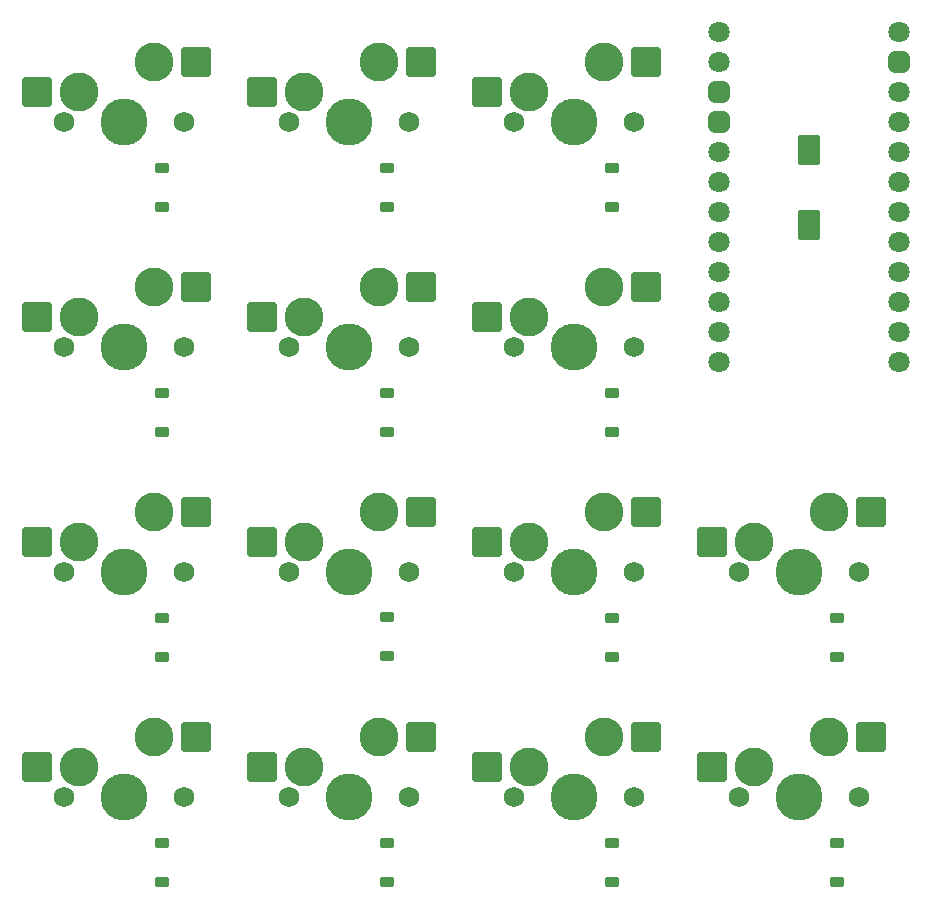
<source format=gbs>
%TF.GenerationSoftware,KiCad,Pcbnew,7.0.5*%
%TF.CreationDate,2024-08-25T19:53:10+07:00*%
%TF.ProjectId,13A-Pro,3133412d-5072-46f2-9e6b-696361645f70,rev?*%
%TF.SameCoordinates,Original*%
%TF.FileFunction,Soldermask,Bot*%
%TF.FilePolarity,Negative*%
%FSLAX46Y46*%
G04 Gerber Fmt 4.6, Leading zero omitted, Abs format (unit mm)*
G04 Created by KiCad (PCBNEW 7.0.5) date 2024-08-25 19:53:10*
%MOMM*%
%LPD*%
G01*
G04 APERTURE LIST*
G04 Aperture macros list*
%AMRoundRect*
0 Rectangle with rounded corners*
0 $1 Rounding radius*
0 $2 $3 $4 $5 $6 $7 $8 $9 X,Y pos of 4 corners*
0 Add a 4 corners polygon primitive as box body*
4,1,4,$2,$3,$4,$5,$6,$7,$8,$9,$2,$3,0*
0 Add four circle primitives for the rounded corners*
1,1,$1+$1,$2,$3*
1,1,$1+$1,$4,$5*
1,1,$1+$1,$6,$7*
1,1,$1+$1,$8,$9*
0 Add four rect primitives between the rounded corners*
20,1,$1+$1,$2,$3,$4,$5,0*
20,1,$1+$1,$4,$5,$6,$7,0*
20,1,$1+$1,$6,$7,$8,$9,0*
20,1,$1+$1,$8,$9,$2,$3,0*%
G04 Aperture macros list end*
%ADD10C,1.800000*%
%ADD11RoundRect,0.450000X-0.450000X-0.450000X0.450000X-0.450000X0.450000X0.450000X-0.450000X0.450000X0*%
%ADD12RoundRect,0.225000X0.375000X-0.225000X0.375000X0.225000X-0.375000X0.225000X-0.375000X-0.225000X0*%
%ADD13C,1.750000*%
%ADD14C,3.987800*%
%ADD15C,3.300000*%
%ADD16RoundRect,0.250000X1.025000X1.000000X-1.025000X1.000000X-1.025000X-1.000000X1.025000X-1.000000X0*%
%ADD17RoundRect,0.101600X-0.798830X1.149350X-0.798830X-1.149350X0.798830X-1.149350X0.798830X1.149350X0*%
G04 APERTURE END LIST*
D10*
%TO.C,U1*%
X139223750Y-62230000D03*
X139223750Y-64770000D03*
D11*
X139223750Y-67310000D03*
X139223750Y-69850000D03*
D10*
X139223750Y-72390000D03*
X139223750Y-74930000D03*
X139223750Y-77470000D03*
X139223750Y-80010000D03*
X139223750Y-82550000D03*
X139223750Y-85090000D03*
X139223750Y-87630000D03*
X139223750Y-90170000D03*
X154463750Y-62230000D03*
D11*
X154463750Y-64770000D03*
D10*
X154463750Y-67310000D03*
X154463750Y-69850000D03*
X154463750Y-72390000D03*
X154463750Y-74930000D03*
X154463750Y-77470000D03*
X154463750Y-80010000D03*
X154463750Y-82550000D03*
X154463750Y-85090000D03*
X154463750Y-87630000D03*
X154463750Y-90170000D03*
%TD*%
D12*
%TO.C,D8*%
X111125000Y-115093750D03*
X111125000Y-111793750D03*
%TD*%
D13*
%TO.C,MX4*%
X93980000Y-88900000D03*
D14*
X88900000Y-88900000D03*
D13*
X83820000Y-88900000D03*
D15*
X85090000Y-86360000D03*
D16*
X81540000Y-86360000D03*
X94990000Y-83820000D03*
D15*
X91440000Y-83820000D03*
%TD*%
D13*
%TO.C,MX2*%
X113030000Y-69850000D03*
D14*
X107950000Y-69850000D03*
D13*
X102870000Y-69850000D03*
D15*
X104140000Y-67310000D03*
D16*
X100590000Y-67310000D03*
X114040000Y-64770000D03*
D15*
X110490000Y-64770000D03*
%TD*%
D12*
%TO.C,D2*%
X111125000Y-77056250D03*
X111125000Y-73756250D03*
%TD*%
%TO.C,D11*%
X92075000Y-134206250D03*
X92075000Y-130906250D03*
%TD*%
D13*
%TO.C,MX7*%
X93980000Y-107950000D03*
D14*
X88900000Y-107950000D03*
D13*
X83820000Y-107950000D03*
D15*
X85090000Y-105410000D03*
D16*
X81540000Y-105410000D03*
X94990000Y-102870000D03*
D15*
X91440000Y-102870000D03*
%TD*%
D17*
%TO.C,SW1*%
X146843750Y-78555850D03*
X146843750Y-72256650D03*
%TD*%
D12*
%TO.C,D7*%
X92075000Y-115156250D03*
X92075000Y-111856250D03*
%TD*%
%TO.C,D12*%
X111125000Y-134206250D03*
X111125000Y-130906250D03*
%TD*%
%TO.C,D6*%
X130175000Y-96106250D03*
X130175000Y-92806250D03*
%TD*%
%TO.C,D1*%
X92075000Y-77056250D03*
X92075000Y-73756250D03*
%TD*%
%TO.C,D13*%
X130175000Y-134206250D03*
X130175000Y-130906250D03*
%TD*%
D13*
%TO.C,MX14*%
X151130000Y-127000000D03*
D14*
X146050000Y-127000000D03*
D13*
X140970000Y-127000000D03*
D15*
X142240000Y-124460000D03*
D16*
X138690000Y-124460000D03*
X152140000Y-121920000D03*
D15*
X148590000Y-121920000D03*
%TD*%
D12*
%TO.C,D3*%
X130175000Y-77056250D03*
X130175000Y-73756250D03*
%TD*%
D13*
%TO.C,MX13*%
X132080000Y-127000000D03*
D14*
X127000000Y-127000000D03*
D13*
X121920000Y-127000000D03*
D15*
X123190000Y-124460000D03*
D16*
X119640000Y-124460000D03*
X133090000Y-121920000D03*
D15*
X129540000Y-121920000D03*
%TD*%
D12*
%TO.C,D14*%
X149225000Y-134206250D03*
X149225000Y-130906250D03*
%TD*%
%TO.C,D10*%
X149225000Y-115156250D03*
X149225000Y-111856250D03*
%TD*%
%TO.C,D5*%
X111125000Y-96106250D03*
X111125000Y-92806250D03*
%TD*%
D13*
%TO.C,MX5*%
X113030000Y-88900000D03*
D14*
X107950000Y-88900000D03*
D13*
X102870000Y-88900000D03*
D15*
X104140000Y-86360000D03*
D16*
X100590000Y-86360000D03*
X114040000Y-83820000D03*
D15*
X110490000Y-83820000D03*
%TD*%
D12*
%TO.C,D9*%
X130175000Y-115156250D03*
X130175000Y-111856250D03*
%TD*%
D13*
%TO.C,MX10*%
X151130000Y-107950000D03*
D14*
X146050000Y-107950000D03*
D13*
X140970000Y-107950000D03*
D15*
X142240000Y-105410000D03*
D16*
X138690000Y-105410000D03*
X152140000Y-102870000D03*
D15*
X148590000Y-102870000D03*
%TD*%
D13*
%TO.C,MX3*%
X132080000Y-69850000D03*
D14*
X127000000Y-69850000D03*
D13*
X121920000Y-69850000D03*
D15*
X123190000Y-67310000D03*
D16*
X119640000Y-67310000D03*
X133090000Y-64770000D03*
D15*
X129540000Y-64770000D03*
%TD*%
D12*
%TO.C,D4*%
X92075000Y-96106250D03*
X92075000Y-92806250D03*
%TD*%
D13*
%TO.C,MX6*%
X132080000Y-88900000D03*
D14*
X127000000Y-88900000D03*
D13*
X121920000Y-88900000D03*
D15*
X123190000Y-86360000D03*
D16*
X119640000Y-86360000D03*
X133090000Y-83820000D03*
D15*
X129540000Y-83820000D03*
%TD*%
D13*
%TO.C,MX12*%
X113030000Y-127000000D03*
D14*
X107950000Y-127000000D03*
D13*
X102870000Y-127000000D03*
D15*
X104140000Y-124460000D03*
D16*
X100590000Y-124460000D03*
X114040000Y-121920000D03*
D15*
X110490000Y-121920000D03*
%TD*%
D13*
%TO.C,MX8*%
X113030000Y-107950000D03*
D14*
X107950000Y-107950000D03*
D13*
X102870000Y-107950000D03*
D15*
X104140000Y-105410000D03*
D16*
X100590000Y-105410000D03*
X114040000Y-102870000D03*
D15*
X110490000Y-102870000D03*
%TD*%
D13*
%TO.C,MX1*%
X93980000Y-69850000D03*
D14*
X88900000Y-69850000D03*
D13*
X83820000Y-69850000D03*
D15*
X85090000Y-67310000D03*
D16*
X81540000Y-67310000D03*
X94990000Y-64770000D03*
D15*
X91440000Y-64770000D03*
%TD*%
D13*
%TO.C,MX11*%
X93980000Y-127000000D03*
D14*
X88900000Y-127000000D03*
D13*
X83820000Y-127000000D03*
D15*
X85090000Y-124460000D03*
D16*
X81540000Y-124460000D03*
X94990000Y-121920000D03*
D15*
X91440000Y-121920000D03*
%TD*%
D13*
%TO.C,MX9*%
X132080000Y-107950000D03*
D14*
X127000000Y-107950000D03*
D13*
X121920000Y-107950000D03*
D15*
X123190000Y-105410000D03*
D16*
X119640000Y-105410000D03*
X133090000Y-102870000D03*
D15*
X129540000Y-102870000D03*
%TD*%
M02*

</source>
